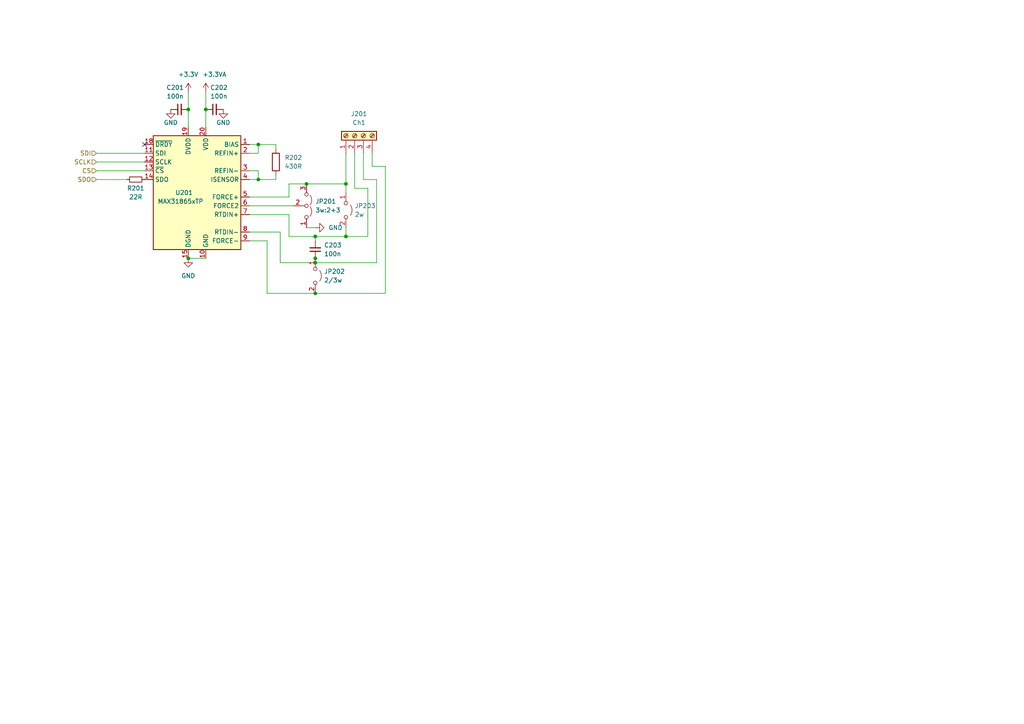
<source format=kicad_sch>
(kicad_sch (version 20230121) (generator eeschema)

  (uuid bf90393a-b609-488b-bc7b-dfc41c41c471)

  (paper "A4")

  (lib_symbols
    (symbol "Connector:Screw_Terminal_01x04" (pin_names (offset 1.016) hide) (in_bom yes) (on_board yes)
      (property "Reference" "J" (at 0 5.08 0)
        (effects (font (size 1.27 1.27)))
      )
      (property "Value" "Screw_Terminal_01x04" (at 0 -7.62 0)
        (effects (font (size 1.27 1.27)))
      )
      (property "Footprint" "" (at 0 0 0)
        (effects (font (size 1.27 1.27)) hide)
      )
      (property "Datasheet" "~" (at 0 0 0)
        (effects (font (size 1.27 1.27)) hide)
      )
      (property "ki_keywords" "screw terminal" (at 0 0 0)
        (effects (font (size 1.27 1.27)) hide)
      )
      (property "ki_description" "Generic screw terminal, single row, 01x04, script generated (kicad-library-utils/schlib/autogen/connector/)" (at 0 0 0)
        (effects (font (size 1.27 1.27)) hide)
      )
      (property "ki_fp_filters" "TerminalBlock*:*" (at 0 0 0)
        (effects (font (size 1.27 1.27)) hide)
      )
      (symbol "Screw_Terminal_01x04_1_1"
        (rectangle (start -1.27 3.81) (end 1.27 -6.35)
          (stroke (width 0.254) (type default))
          (fill (type background))
        )
        (circle (center 0 -5.08) (radius 0.635)
          (stroke (width 0.1524) (type default))
          (fill (type none))
        )
        (circle (center 0 -2.54) (radius 0.635)
          (stroke (width 0.1524) (type default))
          (fill (type none))
        )
        (polyline
          (pts
            (xy -0.5334 -4.7498)
            (xy 0.3302 -5.588)
          )
          (stroke (width 0.1524) (type default))
          (fill (type none))
        )
        (polyline
          (pts
            (xy -0.5334 -2.2098)
            (xy 0.3302 -3.048)
          )
          (stroke (width 0.1524) (type default))
          (fill (type none))
        )
        (polyline
          (pts
            (xy -0.5334 0.3302)
            (xy 0.3302 -0.508)
          )
          (stroke (width 0.1524) (type default))
          (fill (type none))
        )
        (polyline
          (pts
            (xy -0.5334 2.8702)
            (xy 0.3302 2.032)
          )
          (stroke (width 0.1524) (type default))
          (fill (type none))
        )
        (polyline
          (pts
            (xy -0.3556 -4.572)
            (xy 0.508 -5.4102)
          )
          (stroke (width 0.1524) (type default))
          (fill (type none))
        )
        (polyline
          (pts
            (xy -0.3556 -2.032)
            (xy 0.508 -2.8702)
          )
          (stroke (width 0.1524) (type default))
          (fill (type none))
        )
        (polyline
          (pts
            (xy -0.3556 0.508)
            (xy 0.508 -0.3302)
          )
          (stroke (width 0.1524) (type default))
          (fill (type none))
        )
        (polyline
          (pts
            (xy -0.3556 3.048)
            (xy 0.508 2.2098)
          )
          (stroke (width 0.1524) (type default))
          (fill (type none))
        )
        (circle (center 0 0) (radius 0.635)
          (stroke (width 0.1524) (type default))
          (fill (type none))
        )
        (circle (center 0 2.54) (radius 0.635)
          (stroke (width 0.1524) (type default))
          (fill (type none))
        )
        (pin passive line (at -5.08 2.54 0) (length 3.81)
          (name "Pin_1" (effects (font (size 1.27 1.27))))
          (number "1" (effects (font (size 1.27 1.27))))
        )
        (pin passive line (at -5.08 0 0) (length 3.81)
          (name "Pin_2" (effects (font (size 1.27 1.27))))
          (number "2" (effects (font (size 1.27 1.27))))
        )
        (pin passive line (at -5.08 -2.54 0) (length 3.81)
          (name "Pin_3" (effects (font (size 1.27 1.27))))
          (number "3" (effects (font (size 1.27 1.27))))
        )
        (pin passive line (at -5.08 -5.08 0) (length 3.81)
          (name "Pin_4" (effects (font (size 1.27 1.27))))
          (number "4" (effects (font (size 1.27 1.27))))
        )
      )
    )
    (symbol "Device:C_Small" (pin_numbers hide) (pin_names (offset 0.254) hide) (in_bom yes) (on_board yes)
      (property "Reference" "C" (at 0.254 1.778 0)
        (effects (font (size 1.27 1.27)) (justify left))
      )
      (property "Value" "C_Small" (at 0.254 -2.032 0)
        (effects (font (size 1.27 1.27)) (justify left))
      )
      (property "Footprint" "" (at 0 0 0)
        (effects (font (size 1.27 1.27)) hide)
      )
      (property "Datasheet" "~" (at 0 0 0)
        (effects (font (size 1.27 1.27)) hide)
      )
      (property "ki_keywords" "capacitor cap" (at 0 0 0)
        (effects (font (size 1.27 1.27)) hide)
      )
      (property "ki_description" "Unpolarized capacitor, small symbol" (at 0 0 0)
        (effects (font (size 1.27 1.27)) hide)
      )
      (property "ki_fp_filters" "C_*" (at 0 0 0)
        (effects (font (size 1.27 1.27)) hide)
      )
      (symbol "C_Small_0_1"
        (polyline
          (pts
            (xy -1.524 -0.508)
            (xy 1.524 -0.508)
          )
          (stroke (width 0.3302) (type default))
          (fill (type none))
        )
        (polyline
          (pts
            (xy -1.524 0.508)
            (xy 1.524 0.508)
          )
          (stroke (width 0.3048) (type default))
          (fill (type none))
        )
      )
      (symbol "C_Small_1_1"
        (pin passive line (at 0 2.54 270) (length 2.032)
          (name "~" (effects (font (size 1.27 1.27))))
          (number "1" (effects (font (size 1.27 1.27))))
        )
        (pin passive line (at 0 -2.54 90) (length 2.032)
          (name "~" (effects (font (size 1.27 1.27))))
          (number "2" (effects (font (size 1.27 1.27))))
        )
      )
    )
    (symbol "Device:R" (pin_numbers hide) (pin_names (offset 0)) (in_bom yes) (on_board yes)
      (property "Reference" "R" (at 2.032 0 90)
        (effects (font (size 1.27 1.27)))
      )
      (property "Value" "R" (at 0 0 90)
        (effects (font (size 1.27 1.27)))
      )
      (property "Footprint" "" (at -1.778 0 90)
        (effects (font (size 1.27 1.27)) hide)
      )
      (property "Datasheet" "~" (at 0 0 0)
        (effects (font (size 1.27 1.27)) hide)
      )
      (property "ki_keywords" "R res resistor" (at 0 0 0)
        (effects (font (size 1.27 1.27)) hide)
      )
      (property "ki_description" "Resistor" (at 0 0 0)
        (effects (font (size 1.27 1.27)) hide)
      )
      (property "ki_fp_filters" "R_*" (at 0 0 0)
        (effects (font (size 1.27 1.27)) hide)
      )
      (symbol "R_0_1"
        (rectangle (start -1.016 -2.54) (end 1.016 2.54)
          (stroke (width 0.254) (type default))
          (fill (type none))
        )
      )
      (symbol "R_1_1"
        (pin passive line (at 0 3.81 270) (length 1.27)
          (name "~" (effects (font (size 1.27 1.27))))
          (number "1" (effects (font (size 1.27 1.27))))
        )
        (pin passive line (at 0 -3.81 90) (length 1.27)
          (name "~" (effects (font (size 1.27 1.27))))
          (number "2" (effects (font (size 1.27 1.27))))
        )
      )
    )
    (symbol "Device:R_Small" (pin_numbers hide) (pin_names (offset 0.254) hide) (in_bom yes) (on_board yes)
      (property "Reference" "R" (at 0.762 0.508 0)
        (effects (font (size 1.27 1.27)) (justify left))
      )
      (property "Value" "R_Small" (at 0.762 -1.016 0)
        (effects (font (size 1.27 1.27)) (justify left))
      )
      (property "Footprint" "" (at 0 0 0)
        (effects (font (size 1.27 1.27)) hide)
      )
      (property "Datasheet" "~" (at 0 0 0)
        (effects (font (size 1.27 1.27)) hide)
      )
      (property "ki_keywords" "R resistor" (at 0 0 0)
        (effects (font (size 1.27 1.27)) hide)
      )
      (property "ki_description" "Resistor, small symbol" (at 0 0 0)
        (effects (font (size 1.27 1.27)) hide)
      )
      (property "ki_fp_filters" "R_*" (at 0 0 0)
        (effects (font (size 1.27 1.27)) hide)
      )
      (symbol "R_Small_0_1"
        (rectangle (start -0.762 1.778) (end 0.762 -1.778)
          (stroke (width 0.2032) (type default))
          (fill (type none))
        )
      )
      (symbol "R_Small_1_1"
        (pin passive line (at 0 2.54 270) (length 0.762)
          (name "~" (effects (font (size 1.27 1.27))))
          (number "1" (effects (font (size 1.27 1.27))))
        )
        (pin passive line (at 0 -2.54 90) (length 0.762)
          (name "~" (effects (font (size 1.27 1.27))))
          (number "2" (effects (font (size 1.27 1.27))))
        )
      )
    )
    (symbol "Jumper:Jumper_2_Open" (pin_names (offset 0) hide) (in_bom yes) (on_board yes)
      (property "Reference" "JP" (at 0 2.794 0)
        (effects (font (size 1.27 1.27)))
      )
      (property "Value" "Jumper_2_Open" (at 0 -2.286 0)
        (effects (font (size 1.27 1.27)))
      )
      (property "Footprint" "" (at 0 0 0)
        (effects (font (size 1.27 1.27)) hide)
      )
      (property "Datasheet" "~" (at 0 0 0)
        (effects (font (size 1.27 1.27)) hide)
      )
      (property "ki_keywords" "Jumper SPST" (at 0 0 0)
        (effects (font (size 1.27 1.27)) hide)
      )
      (property "ki_description" "Jumper, 2-pole, open" (at 0 0 0)
        (effects (font (size 1.27 1.27)) hide)
      )
      (property "ki_fp_filters" "Jumper* TestPoint*2Pads* TestPoint*Bridge*" (at 0 0 0)
        (effects (font (size 1.27 1.27)) hide)
      )
      (symbol "Jumper_2_Open_0_0"
        (circle (center -2.032 0) (radius 0.508)
          (stroke (width 0) (type default))
          (fill (type none))
        )
        (circle (center 2.032 0) (radius 0.508)
          (stroke (width 0) (type default))
          (fill (type none))
        )
      )
      (symbol "Jumper_2_Open_0_1"
        (arc (start 1.524 1.27) (mid 0 1.778) (end -1.524 1.27)
          (stroke (width 0) (type default))
          (fill (type none))
        )
      )
      (symbol "Jumper_2_Open_1_1"
        (pin passive line (at -5.08 0 0) (length 2.54)
          (name "A" (effects (font (size 1.27 1.27))))
          (number "1" (effects (font (size 1.27 1.27))))
        )
        (pin passive line (at 5.08 0 180) (length 2.54)
          (name "B" (effects (font (size 1.27 1.27))))
          (number "2" (effects (font (size 1.27 1.27))))
        )
      )
    )
    (symbol "Jumper:Jumper_3_Open" (pin_names (offset 0) hide) (in_bom yes) (on_board yes)
      (property "Reference" "JP" (at -2.54 -2.54 0)
        (effects (font (size 1.27 1.27)))
      )
      (property "Value" "Jumper_3_Open" (at 0 2.794 0)
        (effects (font (size 1.27 1.27)))
      )
      (property "Footprint" "" (at 0 0 0)
        (effects (font (size 1.27 1.27)) hide)
      )
      (property "Datasheet" "~" (at 0 0 0)
        (effects (font (size 1.27 1.27)) hide)
      )
      (property "ki_keywords" "Jumper SPDT" (at 0 0 0)
        (effects (font (size 1.27 1.27)) hide)
      )
      (property "ki_description" "Jumper, 3-pole, both open" (at 0 0 0)
        (effects (font (size 1.27 1.27)) hide)
      )
      (property "ki_fp_filters" "Jumper* TestPoint*3Pads* TestPoint*Bridge*" (at 0 0 0)
        (effects (font (size 1.27 1.27)) hide)
      )
      (symbol "Jumper_3_Open_0_0"
        (circle (center -3.302 0) (radius 0.508)
          (stroke (width 0) (type default))
          (fill (type none))
        )
        (circle (center 0 0) (radius 0.508)
          (stroke (width 0) (type default))
          (fill (type none))
        )
        (circle (center 3.302 0) (radius 0.508)
          (stroke (width 0) (type default))
          (fill (type none))
        )
      )
      (symbol "Jumper_3_Open_0_1"
        (arc (start -0.254 1.016) (mid -1.651 1.4992) (end -3.048 1.016)
          (stroke (width 0) (type default))
          (fill (type none))
        )
        (polyline
          (pts
            (xy 0 -0.508)
            (xy 0 -1.27)
          )
          (stroke (width 0) (type default))
          (fill (type none))
        )
        (arc (start 3.048 1.016) (mid 1.651 1.4992) (end 0.254 1.016)
          (stroke (width 0) (type default))
          (fill (type none))
        )
      )
      (symbol "Jumper_3_Open_1_1"
        (pin passive line (at -6.35 0 0) (length 2.54)
          (name "A" (effects (font (size 1.27 1.27))))
          (number "1" (effects (font (size 1.27 1.27))))
        )
        (pin passive line (at 0 -3.81 90) (length 2.54)
          (name "C" (effects (font (size 1.27 1.27))))
          (number "2" (effects (font (size 1.27 1.27))))
        )
        (pin passive line (at 6.35 0 180) (length 2.54)
          (name "B" (effects (font (size 1.27 1.27))))
          (number "3" (effects (font (size 1.27 1.27))))
        )
      )
    )
    (symbol "Sensor_Temperature:MAX31865xTP" (in_bom yes) (on_board yes)
      (property "Reference" "U" (at -11.43 19.05 0)
        (effects (font (size 1.27 1.27)))
      )
      (property "Value" "MAX31865xTP" (at 10.16 19.05 0)
        (effects (font (size 1.27 1.27)))
      )
      (property "Footprint" "Package_DFN_QFN:TQFN-20-1EP_5x5mm_P0.65mm_EP3.25x3.25mm" (at 3.81 -16.51 0)
        (effects (font (size 1.27 1.27)) (justify left) hide)
      )
      (property "Datasheet" "https://datasheets.maximintegrated.com/en/ds/MAX31865.pdf" (at 0 7.62 0)
        (effects (font (size 1.27 1.27)) hide)
      )
      (property "ki_keywords" "RTD SPI Temperature" (at 0 0 0)
        (effects (font (size 1.27 1.27)) hide)
      )
      (property "ki_description" "RTD-to-Digital Converter, TQFN-20" (at 0 0 0)
        (effects (font (size 1.27 1.27)) hide)
      )
      (property "ki_fp_filters" "TQFN*1EP*5x5mm*P0.65mm*" (at 0 0 0)
        (effects (font (size 1.27 1.27)) hide)
      )
      (symbol "MAX31865xTP_0_1"
        (rectangle (start -12.7 17.78) (end 12.7 -15.24)
          (stroke (width 0.254) (type default))
          (fill (type background))
        )
      )
      (symbol "MAX31865xTP_1_1"
        (pin power_out line (at 15.24 15.24 180) (length 2.54)
          (name "BIAS" (effects (font (size 1.27 1.27))))
          (number "1" (effects (font (size 1.27 1.27))))
        )
        (pin power_in line (at 2.54 -17.78 90) (length 2.54)
          (name "GND" (effects (font (size 1.27 1.27))))
          (number "10" (effects (font (size 1.27 1.27))))
        )
        (pin input line (at -15.24 12.7 0) (length 2.54)
          (name "SDI" (effects (font (size 1.27 1.27))))
          (number "11" (effects (font (size 1.27 1.27))))
        )
        (pin input line (at -15.24 10.16 0) (length 2.54)
          (name "SCLK" (effects (font (size 1.27 1.27))))
          (number "12" (effects (font (size 1.27 1.27))))
        )
        (pin input line (at -15.24 7.62 0) (length 2.54)
          (name "~{CS}" (effects (font (size 1.27 1.27))))
          (number "13" (effects (font (size 1.27 1.27))))
        )
        (pin tri_state line (at -15.24 5.08 0) (length 2.54)
          (name "SDO" (effects (font (size 1.27 1.27))))
          (number "14" (effects (font (size 1.27 1.27))))
        )
        (pin power_in line (at -2.54 -17.78 90) (length 2.54)
          (name "DGND" (effects (font (size 1.27 1.27))))
          (number "15" (effects (font (size 1.27 1.27))))
        )
        (pin passive line (at 2.54 -17.78 90) (length 2.54) hide
          (name "GND" (effects (font (size 1.27 1.27))))
          (number "16" (effects (font (size 1.27 1.27))))
        )
        (pin no_connect line (at -12.7 -2.54 0) (length 2.54) hide
          (name "NC" (effects (font (size 1.27 1.27))))
          (number "17" (effects (font (size 1.27 1.27))))
        )
        (pin output line (at -15.24 15.24 0) (length 2.54)
          (name "~{DRDY}" (effects (font (size 1.27 1.27))))
          (number "18" (effects (font (size 1.27 1.27))))
        )
        (pin power_in line (at -2.54 20.32 270) (length 2.54)
          (name "DVDD" (effects (font (size 1.27 1.27))))
          (number "19" (effects (font (size 1.27 1.27))))
        )
        (pin input line (at 15.24 12.7 180) (length 2.54)
          (name "REFIN+" (effects (font (size 1.27 1.27))))
          (number "2" (effects (font (size 1.27 1.27))))
        )
        (pin power_in line (at 2.54 20.32 270) (length 2.54)
          (name "VDD" (effects (font (size 1.27 1.27))))
          (number "20" (effects (font (size 1.27 1.27))))
        )
        (pin passive line (at 2.54 -17.78 90) (length 2.54) hide
          (name "GND" (effects (font (size 1.27 1.27))))
          (number "21" (effects (font (size 1.27 1.27))))
        )
        (pin input line (at 15.24 7.62 180) (length 2.54)
          (name "REFIN-" (effects (font (size 1.27 1.27))))
          (number "3" (effects (font (size 1.27 1.27))))
        )
        (pin passive line (at 15.24 5.08 180) (length 2.54)
          (name "ISENSOR" (effects (font (size 1.27 1.27))))
          (number "4" (effects (font (size 1.27 1.27))))
        )
        (pin passive line (at 15.24 0 180) (length 2.54)
          (name "FORCE+" (effects (font (size 1.27 1.27))))
          (number "5" (effects (font (size 1.27 1.27))))
        )
        (pin input line (at 15.24 -2.54 180) (length 2.54)
          (name "FORCE2" (effects (font (size 1.27 1.27))))
          (number "6" (effects (font (size 1.27 1.27))))
        )
        (pin input line (at 15.24 -5.08 180) (length 2.54)
          (name "RTDIN+" (effects (font (size 1.27 1.27))))
          (number "7" (effects (font (size 1.27 1.27))))
        )
        (pin input line (at 15.24 -10.16 180) (length 2.54)
          (name "RTDIN-" (effects (font (size 1.27 1.27))))
          (number "8" (effects (font (size 1.27 1.27))))
        )
        (pin power_out line (at 15.24 -12.7 180) (length 2.54)
          (name "FORCE-" (effects (font (size 1.27 1.27))))
          (number "9" (effects (font (size 1.27 1.27))))
        )
      )
    )
    (symbol "power:+3.3V" (power) (pin_names (offset 0)) (in_bom yes) (on_board yes)
      (property "Reference" "#PWR" (at 0 -3.81 0)
        (effects (font (size 1.27 1.27)) hide)
      )
      (property "Value" "+3.3V" (at 0 3.556 0)
        (effects (font (size 1.27 1.27)))
      )
      (property "Footprint" "" (at 0 0 0)
        (effects (font (size 1.27 1.27)) hide)
      )
      (property "Datasheet" "" (at 0 0 0)
        (effects (font (size 1.27 1.27)) hide)
      )
      (property "ki_keywords" "global power" (at 0 0 0)
        (effects (font (size 1.27 1.27)) hide)
      )
      (property "ki_description" "Power symbol creates a global label with name \"+3.3V\"" (at 0 0 0)
        (effects (font (size 1.27 1.27)) hide)
      )
      (symbol "+3.3V_0_1"
        (polyline
          (pts
            (xy -0.762 1.27)
            (xy 0 2.54)
          )
          (stroke (width 0) (type default))
          (fill (type none))
        )
        (polyline
          (pts
            (xy 0 0)
            (xy 0 2.54)
          )
          (stroke (width 0) (type default))
          (fill (type none))
        )
        (polyline
          (pts
            (xy 0 2.54)
            (xy 0.762 1.27)
          )
          (stroke (width 0) (type default))
          (fill (type none))
        )
      )
      (symbol "+3.3V_1_1"
        (pin power_in line (at 0 0 90) (length 0) hide
          (name "+3.3V" (effects (font (size 1.27 1.27))))
          (number "1" (effects (font (size 1.27 1.27))))
        )
      )
    )
    (symbol "power:+3.3VA" (power) (pin_names (offset 0)) (in_bom yes) (on_board yes)
      (property "Reference" "#PWR" (at 0 -3.81 0)
        (effects (font (size 1.27 1.27)) hide)
      )
      (property "Value" "+3.3VA" (at 0 3.556 0)
        (effects (font (size 1.27 1.27)))
      )
      (property "Footprint" "" (at 0 0 0)
        (effects (font (size 1.27 1.27)) hide)
      )
      (property "Datasheet" "" (at 0 0 0)
        (effects (font (size 1.27 1.27)) hide)
      )
      (property "ki_keywords" "global power" (at 0 0 0)
        (effects (font (size 1.27 1.27)) hide)
      )
      (property "ki_description" "Power symbol creates a global label with name \"+3.3VA\"" (at 0 0 0)
        (effects (font (size 1.27 1.27)) hide)
      )
      (symbol "+3.3VA_0_1"
        (polyline
          (pts
            (xy -0.762 1.27)
            (xy 0 2.54)
          )
          (stroke (width 0) (type default))
          (fill (type none))
        )
        (polyline
          (pts
            (xy 0 0)
            (xy 0 2.54)
          )
          (stroke (width 0) (type default))
          (fill (type none))
        )
        (polyline
          (pts
            (xy 0 2.54)
            (xy 0.762 1.27)
          )
          (stroke (width 0) (type default))
          (fill (type none))
        )
      )
      (symbol "+3.3VA_1_1"
        (pin power_in line (at 0 0 90) (length 0) hide
          (name "+3.3VA" (effects (font (size 1.27 1.27))))
          (number "1" (effects (font (size 1.27 1.27))))
        )
      )
    )
    (symbol "power:GND" (power) (pin_names (offset 0)) (in_bom yes) (on_board yes)
      (property "Reference" "#PWR" (at 0 -6.35 0)
        (effects (font (size 1.27 1.27)) hide)
      )
      (property "Value" "GND" (at 0 -3.81 0)
        (effects (font (size 1.27 1.27)))
      )
      (property "Footprint" "" (at 0 0 0)
        (effects (font (size 1.27 1.27)) hide)
      )
      (property "Datasheet" "" (at 0 0 0)
        (effects (font (size 1.27 1.27)) hide)
      )
      (property "ki_keywords" "global power" (at 0 0 0)
        (effects (font (size 1.27 1.27)) hide)
      )
      (property "ki_description" "Power symbol creates a global label with name \"GND\" , ground" (at 0 0 0)
        (effects (font (size 1.27 1.27)) hide)
      )
      (symbol "GND_0_1"
        (polyline
          (pts
            (xy 0 0)
            (xy 0 -1.27)
            (xy 1.27 -1.27)
            (xy 0 -2.54)
            (xy -1.27 -1.27)
            (xy 0 -1.27)
          )
          (stroke (width 0) (type default))
          (fill (type none))
        )
      )
      (symbol "GND_1_1"
        (pin power_in line (at 0 0 270) (length 0) hide
          (name "GND" (effects (font (size 1.27 1.27))))
          (number "1" (effects (font (size 1.27 1.27))))
        )
      )
    )
  )

  (junction (at 91.44 76.2) (diameter 0) (color 0 0 0 0)
    (uuid 0a94c809-f81f-4e3a-a4ef-640e3a1bc8d5)
  )
  (junction (at 54.61 74.93) (diameter 0) (color 0 0 0 0)
    (uuid 0f5609e9-a793-479a-90c4-b56fa6eaf48b)
  )
  (junction (at 59.69 31.75) (diameter 0) (color 0 0 0 0)
    (uuid 1736d52b-53e0-4296-9a43-6c1ae7af01b1)
  )
  (junction (at 100.33 68.58) (diameter 0) (color 0 0 0 0)
    (uuid 3c9dc5e9-b9fe-411e-b955-2e348adec4f8)
  )
  (junction (at 88.9 53.34) (diameter 0) (color 0 0 0 0)
    (uuid 44330437-16f9-44b9-8dae-bef1e08bc297)
  )
  (junction (at 91.44 68.58) (diameter 0) (color 0 0 0 0)
    (uuid 6f82912a-1640-435a-b949-d690de07b2bd)
  )
  (junction (at 74.93 41.91) (diameter 0) (color 0 0 0 0)
    (uuid 717147b1-abcb-4a42-bdbf-cf244d720cb6)
  )
  (junction (at 54.61 31.75) (diameter 0) (color 0 0 0 0)
    (uuid 74928482-b4b7-46a0-a319-f7d2a266fcba)
  )
  (junction (at 100.33 53.34) (diameter 0) (color 0 0 0 0)
    (uuid 7a5ff0dc-e0c0-4a85-8299-8104db1d59f8)
  )
  (junction (at 91.44 85.09) (diameter 0) (color 0 0 0 0)
    (uuid 8f0b7471-9c19-4460-a56f-6788a9f1bd6e)
  )
  (junction (at 91.44 74.93) (diameter 0) (color 0 0 0 0)
    (uuid a565a1b7-2c03-4dfa-acb9-11ec8009a121)
  )
  (junction (at 74.93 52.07) (diameter 0) (color 0 0 0 0)
    (uuid ad23efdd-97d3-4b62-a111-26c878996251)
  )

  (no_connect (at 41.91 41.91) (uuid 7dc8e084-2445-48c4-90fc-eb10bf4aacdf))

  (wire (pts (xy 100.33 53.34) (xy 100.33 55.88))
    (stroke (width 0) (type default))
    (uuid 01c7e590-e572-4c58-b3ef-5c9eb553c62f)
  )
  (wire (pts (xy 91.44 76.2) (xy 109.22 76.2))
    (stroke (width 0) (type default))
    (uuid 0216fefb-3919-4c76-b244-579789b7ed99)
  )
  (wire (pts (xy 80.01 52.07) (xy 74.93 52.07))
    (stroke (width 0) (type default))
    (uuid 08b2a568-2618-4cde-9d09-7452b8ffad48)
  )
  (wire (pts (xy 59.69 31.75) (xy 59.69 36.83))
    (stroke (width 0) (type default))
    (uuid 0b0c5191-0c9e-4a03-b7fd-396290f4d93e)
  )
  (wire (pts (xy 54.61 26.67) (xy 54.61 31.75))
    (stroke (width 0) (type default))
    (uuid 12712fc7-87af-4e76-aced-70c8595996b3)
  )
  (wire (pts (xy 27.94 52.07) (xy 36.83 52.07))
    (stroke (width 0) (type default))
    (uuid 23c1735f-66de-4b8c-bb8c-adf0240c843b)
  )
  (wire (pts (xy 27.94 46.99) (xy 41.91 46.99))
    (stroke (width 0) (type default))
    (uuid 26c4a8d5-883e-42dc-94fa-3f9d99289205)
  )
  (wire (pts (xy 91.44 68.58) (xy 100.33 68.58))
    (stroke (width 0) (type default))
    (uuid 28c05577-a0ca-4596-b3d7-1e3e683919d9)
  )
  (wire (pts (xy 111.76 48.26) (xy 107.95 48.26))
    (stroke (width 0) (type default))
    (uuid 2b7eb506-b5ef-4edd-be68-c5958ef5828b)
  )
  (wire (pts (xy 83.82 62.23) (xy 83.82 68.58))
    (stroke (width 0) (type default))
    (uuid 31145804-0fa9-4ad9-b27d-0169bab970be)
  )
  (wire (pts (xy 77.47 85.09) (xy 91.44 85.09))
    (stroke (width 0) (type default))
    (uuid 44bdd448-6c80-486a-aa37-ab48d2cd0fb4)
  )
  (wire (pts (xy 106.68 68.58) (xy 106.68 54.61))
    (stroke (width 0) (type default))
    (uuid 4d2420be-c342-429b-8c2e-aae68ffa64dd)
  )
  (wire (pts (xy 72.39 69.85) (xy 77.47 69.85))
    (stroke (width 0) (type default))
    (uuid 4ef95cb8-2e04-4b4b-bf08-52769b0fc15b)
  )
  (wire (pts (xy 91.44 66.04) (xy 88.9 66.04))
    (stroke (width 0) (type default))
    (uuid 5802ce44-f51e-4394-b7c6-3d9cfebfd722)
  )
  (wire (pts (xy 109.22 76.2) (xy 109.22 52.07))
    (stroke (width 0) (type default))
    (uuid 5a296698-0cce-48f4-9116-cd70919633cd)
  )
  (wire (pts (xy 83.82 68.58) (xy 91.44 68.58))
    (stroke (width 0) (type default))
    (uuid 60ba5ad0-68f2-4b39-9aa0-bf3055601af1)
  )
  (wire (pts (xy 72.39 62.23) (xy 83.82 62.23))
    (stroke (width 0) (type default))
    (uuid 60e67881-c213-438a-b9d5-2ab8227c2e96)
  )
  (wire (pts (xy 81.28 67.31) (xy 81.28 76.2))
    (stroke (width 0) (type default))
    (uuid 64599969-3692-4c2b-9436-6ad413c80570)
  )
  (wire (pts (xy 91.44 69.85) (xy 91.44 68.58))
    (stroke (width 0) (type default))
    (uuid 649cef6a-138c-42b0-bf95-b91939442972)
  )
  (wire (pts (xy 74.93 49.53) (xy 74.93 52.07))
    (stroke (width 0) (type default))
    (uuid 65ab8187-8e7c-46ab-ba44-a57e860e3ac1)
  )
  (wire (pts (xy 88.9 53.34) (xy 100.33 53.34))
    (stroke (width 0) (type default))
    (uuid 65b81aeb-9259-4ad9-93d6-dcc5f8314ba4)
  )
  (wire (pts (xy 100.33 44.45) (xy 100.33 53.34))
    (stroke (width 0) (type default))
    (uuid 6bd80e2c-2c84-4c14-8743-8b7346fa357b)
  )
  (wire (pts (xy 59.69 26.67) (xy 59.69 31.75))
    (stroke (width 0) (type default))
    (uuid 70e404d1-ff03-40c5-8e11-0fbede7e0903)
  )
  (wire (pts (xy 27.94 44.45) (xy 41.91 44.45))
    (stroke (width 0) (type default))
    (uuid 737f926f-7a0f-4078-a2ae-2bbeb6850aa4)
  )
  (wire (pts (xy 72.39 49.53) (xy 74.93 49.53))
    (stroke (width 0) (type default))
    (uuid 79924edb-6ba6-49a7-a3ce-9f30cd88cfb7)
  )
  (wire (pts (xy 80.01 41.91) (xy 80.01 43.18))
    (stroke (width 0) (type default))
    (uuid 7d12aaf8-a225-453a-a3b8-3574ed4014a2)
  )
  (wire (pts (xy 83.82 53.34) (xy 88.9 53.34))
    (stroke (width 0) (type default))
    (uuid 7d3d0bb3-8102-4ec7-b521-8ecb2edc1784)
  )
  (wire (pts (xy 91.44 85.09) (xy 111.76 85.09))
    (stroke (width 0) (type default))
    (uuid 831eef5f-e49c-4456-aece-a9227820df14)
  )
  (wire (pts (xy 106.68 54.61) (xy 102.87 54.61))
    (stroke (width 0) (type default))
    (uuid 83c65a77-dc6b-47ac-96cd-71824ac2c254)
  )
  (wire (pts (xy 72.39 57.15) (xy 83.82 57.15))
    (stroke (width 0) (type default))
    (uuid 83f91bc1-31fd-412d-b6f2-223c49781fc7)
  )
  (wire (pts (xy 74.93 52.07) (xy 72.39 52.07))
    (stroke (width 0) (type default))
    (uuid 9375093d-2ddc-4fc3-88a8-e8a11075f041)
  )
  (wire (pts (xy 105.41 44.45) (xy 105.41 52.07))
    (stroke (width 0) (type default))
    (uuid 9ac7b9c5-266f-448d-b631-7b7b9e4f0fda)
  )
  (wire (pts (xy 27.94 49.53) (xy 41.91 49.53))
    (stroke (width 0) (type default))
    (uuid ad62d957-0f58-4108-bddc-2f2f17a8a129)
  )
  (wire (pts (xy 100.33 68.58) (xy 100.33 66.04))
    (stroke (width 0) (type default))
    (uuid b14303ae-6ec0-4e29-a125-e9943629906d)
  )
  (wire (pts (xy 77.47 69.85) (xy 77.47 85.09))
    (stroke (width 0) (type default))
    (uuid b78c24b6-9faa-413c-8beb-5fcc2d230af4)
  )
  (wire (pts (xy 111.76 85.09) (xy 111.76 48.26))
    (stroke (width 0) (type default))
    (uuid bca2cd41-e869-4635-b4cd-b9ef9bd51b2c)
  )
  (wire (pts (xy 109.22 52.07) (xy 105.41 52.07))
    (stroke (width 0) (type default))
    (uuid bcea13d8-bbaf-4094-99c2-13728a858d7b)
  )
  (wire (pts (xy 74.93 44.45) (xy 74.93 41.91))
    (stroke (width 0) (type default))
    (uuid be87e4f5-118e-4728-b1b2-dbca4df14577)
  )
  (wire (pts (xy 80.01 50.8) (xy 80.01 52.07))
    (stroke (width 0) (type default))
    (uuid c0ec7782-8d9f-425a-b53c-e961fb23533c)
  )
  (wire (pts (xy 54.61 74.93) (xy 59.69 74.93))
    (stroke (width 0) (type default))
    (uuid c2b22416-4f8b-4d38-97fd-452d070c3938)
  )
  (wire (pts (xy 100.33 68.58) (xy 106.68 68.58))
    (stroke (width 0) (type default))
    (uuid c356c8ea-446e-4c5e-ad07-7eb93176c647)
  )
  (wire (pts (xy 74.93 41.91) (xy 80.01 41.91))
    (stroke (width 0) (type default))
    (uuid c8e17905-eb9c-4d03-922a-cb12c852b4cd)
  )
  (wire (pts (xy 72.39 67.31) (xy 81.28 67.31))
    (stroke (width 0) (type default))
    (uuid c8e7c7ee-62cc-43ba-9256-c15b31747691)
  )
  (wire (pts (xy 72.39 59.69) (xy 85.09 59.69))
    (stroke (width 0) (type default))
    (uuid d5151326-494b-426a-a0bf-fa18ac318130)
  )
  (wire (pts (xy 83.82 57.15) (xy 83.82 53.34))
    (stroke (width 0) (type default))
    (uuid d961df42-7791-4555-bbb9-4016d91d6dc0)
  )
  (wire (pts (xy 72.39 44.45) (xy 74.93 44.45))
    (stroke (width 0) (type default))
    (uuid dfe3fe4c-92ce-4ab7-9dcf-d1786ca9b987)
  )
  (wire (pts (xy 91.44 74.93) (xy 91.44 76.2))
    (stroke (width 0) (type default))
    (uuid eaa51c9e-8a9e-408c-bd1f-0a0d9fe975fc)
  )
  (wire (pts (xy 107.95 48.26) (xy 107.95 44.45))
    (stroke (width 0) (type default))
    (uuid ebad3487-6cad-47d2-872a-e9c42f363002)
  )
  (wire (pts (xy 72.39 41.91) (xy 74.93 41.91))
    (stroke (width 0) (type default))
    (uuid fa75b541-36c4-49d8-89de-9967bea5c590)
  )
  (wire (pts (xy 54.61 31.75) (xy 54.61 36.83))
    (stroke (width 0) (type default))
    (uuid fbffa699-fd0e-4a1d-915d-cf15e04566b0)
  )
  (wire (pts (xy 81.28 76.2) (xy 91.44 76.2))
    (stroke (width 0) (type default))
    (uuid fd613af2-cb7e-408c-b196-7a12f0b5e628)
  )
  (wire (pts (xy 102.87 44.45) (xy 102.87 54.61))
    (stroke (width 0) (type default))
    (uuid ffff2273-ba72-4c72-8255-6bb0080a92ca)
  )

  (hierarchical_label "CS" (shape input) (at 27.94 49.53 180) (fields_autoplaced)
    (effects (font (size 1.27 1.27)) (justify right))
    (uuid 16a5bd15-e5d7-46ae-9a37-72b485767e21)
  )
  (hierarchical_label "SDO" (shape input) (at 27.94 52.07 180) (fields_autoplaced)
    (effects (font (size 1.27 1.27)) (justify right))
    (uuid bd9ed788-a21a-4314-9d90-9cb896c5cb34)
  )
  (hierarchical_label "SDI" (shape input) (at 27.94 44.45 180) (fields_autoplaced)
    (effects (font (size 1.27 1.27)) (justify right))
    (uuid c7fcb910-eeea-4cb5-a700-8072fb64af53)
  )
  (hierarchical_label "SCLK" (shape input) (at 27.94 46.99 180) (fields_autoplaced)
    (effects (font (size 1.27 1.27)) (justify right))
    (uuid f3b97db6-7902-466d-b8c2-75fb8a638254)
  )

  (symbol (lib_id "power:+3.3V") (at 54.61 26.67 0) (unit 1)
    (in_bom yes) (on_board yes) (dnp no) (fields_autoplaced)
    (uuid 201bf9a1-f6e2-4cb8-9fa5-cf0a1e24b4bc)
    (property "Reference" "#PWR0202" (at 54.61 30.48 0)
      (effects (font (size 1.27 1.27)) hide)
    )
    (property "Value" "+3.3V" (at 54.61 21.59 0)
      (effects (font (size 1.27 1.27)))
    )
    (property "Footprint" "" (at 54.61 26.67 0)
      (effects (font (size 1.27 1.27)) hide)
    )
    (property "Datasheet" "" (at 54.61 26.67 0)
      (effects (font (size 1.27 1.27)) hide)
    )
    (pin "1" (uuid 3f4868d2-ed15-431e-b382-f3b0f108d14b))
    (instances
      (project "Thermo-RTD-8-v1_5"
        (path "/3251231f-d8ec-4c5a-a68d-d766932de04a/8de8fddb-bc21-4b08-acf6-1db7856c16fa"
          (reference "#PWR0202") (unit 1)
        )
        (path "/3251231f-d8ec-4c5a-a68d-d766932de04a/6ec8db37-0976-4a5c-b420-c2792e35a71c"
          (reference "#PWR0402") (unit 1)
        )
        (path "/3251231f-d8ec-4c5a-a68d-d766932de04a/8cdf74c8-7b55-448d-bdf6-a3b74decd61f"
          (reference "#PWR0302") (unit 1)
        )
        (path "/3251231f-d8ec-4c5a-a68d-d766932de04a/c72899f4-453e-444e-a723-c280e50c8939"
          (reference "#PWR0502") (unit 1)
        )
        (path "/3251231f-d8ec-4c5a-a68d-d766932de04a/cbd4662f-dc35-47c6-acfd-15fca0ab027d"
          (reference "#PWR0602") (unit 1)
        )
        (path "/3251231f-d8ec-4c5a-a68d-d766932de04a/9866e8bb-6ec1-4a4e-8a52-e6030c985fe6"
          (reference "#PWR0702") (unit 1)
        )
        (path "/3251231f-d8ec-4c5a-a68d-d766932de04a/de72b7e1-5251-4e00-ad08-08e3365fb1d9"
          (reference "#PWR0802") (unit 1)
        )
        (path "/3251231f-d8ec-4c5a-a68d-d766932de04a/9242e92f-2e1e-47ad-b6f0-9a162f68f948"
          (reference "#PWR0902") (unit 1)
        )
      )
    )
  )

  (symbol (lib_id "power:GND") (at 54.61 74.93 0) (unit 1)
    (in_bom yes) (on_board yes) (dnp no) (fields_autoplaced)
    (uuid 34eec657-c434-46ab-b746-b146d2518685)
    (property "Reference" "#PWR0203" (at 54.61 81.28 0)
      (effects (font (size 1.27 1.27)) hide)
    )
    (property "Value" "GND" (at 54.61 80.01 0)
      (effects (font (size 1.27 1.27)))
    )
    (property "Footprint" "" (at 54.61 74.93 0)
      (effects (font (size 1.27 1.27)) hide)
    )
    (property "Datasheet" "" (at 54.61 74.93 0)
      (effects (font (size 1.27 1.27)) hide)
    )
    (pin "1" (uuid 2b85f91d-3dc7-4bc7-8cb3-7c659e5c2bcc))
    (instances
      (project "Thermo-RTD-8-v1_5"
        (path "/3251231f-d8ec-4c5a-a68d-d766932de04a/8de8fddb-bc21-4b08-acf6-1db7856c16fa"
          (reference "#PWR0203") (unit 1)
        )
        (path "/3251231f-d8ec-4c5a-a68d-d766932de04a/6ec8db37-0976-4a5c-b420-c2792e35a71c"
          (reference "#PWR0403") (unit 1)
        )
        (path "/3251231f-d8ec-4c5a-a68d-d766932de04a/8cdf74c8-7b55-448d-bdf6-a3b74decd61f"
          (reference "#PWR0303") (unit 1)
        )
        (path "/3251231f-d8ec-4c5a-a68d-d766932de04a/c72899f4-453e-444e-a723-c280e50c8939"
          (reference "#PWR0503") (unit 1)
        )
        (path "/3251231f-d8ec-4c5a-a68d-d766932de04a/cbd4662f-dc35-47c6-acfd-15fca0ab027d"
          (reference "#PWR0603") (unit 1)
        )
        (path "/3251231f-d8ec-4c5a-a68d-d766932de04a/9866e8bb-6ec1-4a4e-8a52-e6030c985fe6"
          (reference "#PWR0703") (unit 1)
        )
        (path "/3251231f-d8ec-4c5a-a68d-d766932de04a/de72b7e1-5251-4e00-ad08-08e3365fb1d9"
          (reference "#PWR0803") (unit 1)
        )
        (path "/3251231f-d8ec-4c5a-a68d-d766932de04a/9242e92f-2e1e-47ad-b6f0-9a162f68f948"
          (reference "#PWR0903") (unit 1)
        )
      )
    )
  )

  (symbol (lib_id "Device:R") (at 80.01 46.99 0) (unit 1)
    (in_bom yes) (on_board yes) (dnp no) (fields_autoplaced)
    (uuid 3a1f23f5-2658-4784-9e80-e6fd210fde5d)
    (property "Reference" "R202" (at 82.55 45.7199 0)
      (effects (font (size 1.27 1.27)) (justify left))
    )
    (property "Value" "430R" (at 82.55 48.2599 0)
      (effects (font (size 1.27 1.27)) (justify left))
    )
    (property "Footprint" "Resistor_SMD:R_0805_2012Metric_Pad1.20x1.40mm_HandSolder" (at 78.232 46.99 90)
      (effects (font (size 1.27 1.27)) hide)
    )
    (property "Datasheet" "~" (at 80.01 46.99 0)
      (effects (font (size 1.27 1.27)) hide)
    )
    (property "Source URL" "https://www.mouser.com/ProductDetail/Panasonic/ERJ-PB6B4300V?qs=sGAEpiMZZMvdGkrng054t7cDzLmcuirt6i54bRlUQtjqD4mYBlURqw%3D%3D" (at 80.01 46.99 0)
      (effects (font (size 1.27 1.27)) hide)
    )
    (pin "1" (uuid 211382f4-ad7c-4769-a5af-925b9e658df1))
    (pin "2" (uuid 21c2e4b6-55d8-425d-8aa3-656bd20eff19))
    (instances
      (project "Thermo-RTD-8-v1_5"
        (path "/3251231f-d8ec-4c5a-a68d-d766932de04a/8de8fddb-bc21-4b08-acf6-1db7856c16fa"
          (reference "R202") (unit 1)
        )
        (path "/3251231f-d8ec-4c5a-a68d-d766932de04a/6ec8db37-0976-4a5c-b420-c2792e35a71c"
          (reference "R402") (unit 1)
        )
        (path "/3251231f-d8ec-4c5a-a68d-d766932de04a/8cdf74c8-7b55-448d-bdf6-a3b74decd61f"
          (reference "R302") (unit 1)
        )
        (path "/3251231f-d8ec-4c5a-a68d-d766932de04a/c72899f4-453e-444e-a723-c280e50c8939"
          (reference "R502") (unit 1)
        )
        (path "/3251231f-d8ec-4c5a-a68d-d766932de04a/cbd4662f-dc35-47c6-acfd-15fca0ab027d"
          (reference "R602") (unit 1)
        )
        (path "/3251231f-d8ec-4c5a-a68d-d766932de04a/9866e8bb-6ec1-4a4e-8a52-e6030c985fe6"
          (reference "R702") (unit 1)
        )
        (path "/3251231f-d8ec-4c5a-a68d-d766932de04a/de72b7e1-5251-4e00-ad08-08e3365fb1d9"
          (reference "R802") (unit 1)
        )
        (path "/3251231f-d8ec-4c5a-a68d-d766932de04a/9242e92f-2e1e-47ad-b6f0-9a162f68f948"
          (reference "R902") (unit 1)
        )
      )
    )
  )

  (symbol (lib_id "power:GND") (at 64.77 31.75 0) (unit 1)
    (in_bom yes) (on_board yes) (dnp no)
    (uuid 43bf43fb-5b45-4e80-a6ac-6bd534093516)
    (property "Reference" "#PWR0205" (at 64.77 38.1 0)
      (effects (font (size 1.27 1.27)) hide)
    )
    (property "Value" "GND" (at 64.77 35.56 0)
      (effects (font (size 1.27 1.27)))
    )
    (property "Footprint" "" (at 64.77 31.75 0)
      (effects (font (size 1.27 1.27)) hide)
    )
    (property "Datasheet" "" (at 64.77 31.75 0)
      (effects (font (size 1.27 1.27)) hide)
    )
    (pin "1" (uuid cf2e21e3-6aed-4fa4-a75f-126968313e93))
    (instances
      (project "Thermo-RTD-8-v1_5"
        (path "/3251231f-d8ec-4c5a-a68d-d766932de04a/8de8fddb-bc21-4b08-acf6-1db7856c16fa"
          (reference "#PWR0205") (unit 1)
        )
        (path "/3251231f-d8ec-4c5a-a68d-d766932de04a/6ec8db37-0976-4a5c-b420-c2792e35a71c"
          (reference "#PWR0405") (unit 1)
        )
        (path "/3251231f-d8ec-4c5a-a68d-d766932de04a/8cdf74c8-7b55-448d-bdf6-a3b74decd61f"
          (reference "#PWR0305") (unit 1)
        )
        (path "/3251231f-d8ec-4c5a-a68d-d766932de04a/c72899f4-453e-444e-a723-c280e50c8939"
          (reference "#PWR0505") (unit 1)
        )
        (path "/3251231f-d8ec-4c5a-a68d-d766932de04a/cbd4662f-dc35-47c6-acfd-15fca0ab027d"
          (reference "#PWR0605") (unit 1)
        )
        (path "/3251231f-d8ec-4c5a-a68d-d766932de04a/9866e8bb-6ec1-4a4e-8a52-e6030c985fe6"
          (reference "#PWR0705") (unit 1)
        )
        (path "/3251231f-d8ec-4c5a-a68d-d766932de04a/de72b7e1-5251-4e00-ad08-08e3365fb1d9"
          (reference "#PWR0805") (unit 1)
        )
        (path "/3251231f-d8ec-4c5a-a68d-d766932de04a/9242e92f-2e1e-47ad-b6f0-9a162f68f948"
          (reference "#PWR0905") (unit 1)
        )
      )
    )
  )

  (symbol (lib_id "power:+3.3VA") (at 59.69 26.67 0) (unit 1)
    (in_bom yes) (on_board yes) (dnp no)
    (uuid 4642103b-6e87-4db8-bb88-d5b34339eb4d)
    (property "Reference" "#PWR0204" (at 59.69 30.48 0)
      (effects (font (size 1.27 1.27)) hide)
    )
    (property "Value" "+3.3VA" (at 62.23 21.59 0)
      (effects (font (size 1.27 1.27)))
    )
    (property "Footprint" "" (at 59.69 26.67 0)
      (effects (font (size 1.27 1.27)) hide)
    )
    (property "Datasheet" "" (at 59.69 26.67 0)
      (effects (font (size 1.27 1.27)) hide)
    )
    (pin "1" (uuid 86909c75-163f-4373-a746-baa252c1ba2d))
    (instances
      (project "Thermo-RTD-8-v1_5"
        (path "/3251231f-d8ec-4c5a-a68d-d766932de04a/8de8fddb-bc21-4b08-acf6-1db7856c16fa"
          (reference "#PWR0204") (unit 1)
        )
        (path "/3251231f-d8ec-4c5a-a68d-d766932de04a/6ec8db37-0976-4a5c-b420-c2792e35a71c"
          (reference "#PWR0404") (unit 1)
        )
        (path "/3251231f-d8ec-4c5a-a68d-d766932de04a/8cdf74c8-7b55-448d-bdf6-a3b74decd61f"
          (reference "#PWR0304") (unit 1)
        )
        (path "/3251231f-d8ec-4c5a-a68d-d766932de04a/c72899f4-453e-444e-a723-c280e50c8939"
          (reference "#PWR0504") (unit 1)
        )
        (path "/3251231f-d8ec-4c5a-a68d-d766932de04a/cbd4662f-dc35-47c6-acfd-15fca0ab027d"
          (reference "#PWR0604") (unit 1)
        )
        (path "/3251231f-d8ec-4c5a-a68d-d766932de04a/9866e8bb-6ec1-4a4e-8a52-e6030c985fe6"
          (reference "#PWR0704") (unit 1)
        )
        (path "/3251231f-d8ec-4c5a-a68d-d766932de04a/de72b7e1-5251-4e00-ad08-08e3365fb1d9"
          (reference "#PWR0804") (unit 1)
        )
        (path "/3251231f-d8ec-4c5a-a68d-d766932de04a/9242e92f-2e1e-47ad-b6f0-9a162f68f948"
          (reference "#PWR0904") (unit 1)
        )
      )
    )
  )

  (symbol (lib_id "Jumper:Jumper_3_Open") (at 88.9 59.69 270) (mirror x) (unit 1)
    (in_bom yes) (on_board yes) (dnp no) (fields_autoplaced)
    (uuid 511e704b-947d-480f-8ebb-9d2f8fd329fc)
    (property "Reference" "JP201" (at 91.44 58.4199 90)
      (effects (font (size 1.27 1.27)) (justify left))
    )
    (property "Value" "3w:2+3" (at 91.44 60.9599 90)
      (effects (font (size 1.27 1.27)) (justify left))
    )
    (property "Footprint" "Connector_PinHeader_2.00mm:PinHeader_1x03_P2.00mm_Vertical" (at 88.9 59.69 0)
      (effects (font (size 1.27 1.27)) hide)
    )
    (property "Datasheet" "~" (at 88.9 59.69 0)
      (effects (font (size 1.27 1.27)) hide)
    )
    (property "Source URL" "use breakaway headers" (at 88.9 59.69 0)
      (effects (font (size 1.27 1.27)) hide)
    )
    (pin "1" (uuid c541be59-5c82-4780-b15d-9e0fe132a857))
    (pin "2" (uuid 75442c4e-e66c-4b95-baf3-0001f3369f71))
    (pin "3" (uuid 10cb50c5-d294-49d6-927f-6d023f7ceb62))
    (instances
      (project "Thermo-RTD-8-v1_5"
        (path "/3251231f-d8ec-4c5a-a68d-d766932de04a/8de8fddb-bc21-4b08-acf6-1db7856c16fa"
          (reference "JP201") (unit 1)
        )
        (path "/3251231f-d8ec-4c5a-a68d-d766932de04a/6ec8db37-0976-4a5c-b420-c2792e35a71c"
          (reference "JP401") (unit 1)
        )
        (path "/3251231f-d8ec-4c5a-a68d-d766932de04a/8cdf74c8-7b55-448d-bdf6-a3b74decd61f"
          (reference "JP301") (unit 1)
        )
        (path "/3251231f-d8ec-4c5a-a68d-d766932de04a/c72899f4-453e-444e-a723-c280e50c8939"
          (reference "JP501") (unit 1)
        )
        (path "/3251231f-d8ec-4c5a-a68d-d766932de04a/cbd4662f-dc35-47c6-acfd-15fca0ab027d"
          (reference "JP601") (unit 1)
        )
        (path "/3251231f-d8ec-4c5a-a68d-d766932de04a/9866e8bb-6ec1-4a4e-8a52-e6030c985fe6"
          (reference "JP701") (unit 1)
        )
        (path "/3251231f-d8ec-4c5a-a68d-d766932de04a/de72b7e1-5251-4e00-ad08-08e3365fb1d9"
          (reference "JP801") (unit 1)
        )
        (path "/3251231f-d8ec-4c5a-a68d-d766932de04a/9242e92f-2e1e-47ad-b6f0-9a162f68f948"
          (reference "JP901") (unit 1)
        )
      )
    )
  )

  (symbol (lib_id "Device:C_Small") (at 52.07 31.75 90) (unit 1)
    (in_bom yes) (on_board yes) (dnp no)
    (uuid 52e8122a-c444-4ea1-a112-828f8009258d)
    (property "Reference" "C201" (at 50.8 25.4 90)
      (effects (font (size 1.27 1.27)))
    )
    (property "Value" "100n" (at 50.8 27.94 90)
      (effects (font (size 1.27 1.27)))
    )
    (property "Footprint" "Capacitor_SMD:C_0805_2012Metric_Pad1.18x1.45mm_HandSolder" (at 52.07 31.75 0)
      (effects (font (size 1.27 1.27)) hide)
    )
    (property "Datasheet" "~" (at 52.07 31.75 0)
      (effects (font (size 1.27 1.27)) hide)
    )
    (property "Source URL" "https://www.mouser.com/ProductDetail/KYOCERA-AVX/0805DD104KAT2A?qs=qVfB0%2FDaMDa6X8LeFyoDIw%3D%3D" (at 52.07 31.75 0)
      (effects (font (size 1.27 1.27)) hide)
    )
    (pin "1" (uuid a8e048ae-cea0-4b59-9f13-634a588ddc3f))
    (pin "2" (uuid a3430a11-79c3-42f5-b65d-557e4f2e3cd2))
    (instances
      (project "Thermo-RTD-8-v1_5"
        (path "/3251231f-d8ec-4c5a-a68d-d766932de04a/8de8fddb-bc21-4b08-acf6-1db7856c16fa"
          (reference "C201") (unit 1)
        )
        (path "/3251231f-d8ec-4c5a-a68d-d766932de04a/6ec8db37-0976-4a5c-b420-c2792e35a71c"
          (reference "C401") (unit 1)
        )
        (path "/3251231f-d8ec-4c5a-a68d-d766932de04a/8cdf74c8-7b55-448d-bdf6-a3b74decd61f"
          (reference "C301") (unit 1)
        )
        (path "/3251231f-d8ec-4c5a-a68d-d766932de04a/c72899f4-453e-444e-a723-c280e50c8939"
          (reference "C501") (unit 1)
        )
        (path "/3251231f-d8ec-4c5a-a68d-d766932de04a/cbd4662f-dc35-47c6-acfd-15fca0ab027d"
          (reference "C601") (unit 1)
        )
        (path "/3251231f-d8ec-4c5a-a68d-d766932de04a/9866e8bb-6ec1-4a4e-8a52-e6030c985fe6"
          (reference "C701") (unit 1)
        )
        (path "/3251231f-d8ec-4c5a-a68d-d766932de04a/de72b7e1-5251-4e00-ad08-08e3365fb1d9"
          (reference "C801") (unit 1)
        )
        (path "/3251231f-d8ec-4c5a-a68d-d766932de04a/9242e92f-2e1e-47ad-b6f0-9a162f68f948"
          (reference "C901") (unit 1)
        )
      )
    )
  )

  (symbol (lib_id "power:GND") (at 49.53 31.75 0) (unit 1)
    (in_bom yes) (on_board yes) (dnp no)
    (uuid 5f424efe-2d27-4932-b6c8-5fb66db62bb7)
    (property "Reference" "#PWR0201" (at 49.53 38.1 0)
      (effects (font (size 1.27 1.27)) hide)
    )
    (property "Value" "GND" (at 49.53 35.56 0)
      (effects (font (size 1.27 1.27)))
    )
    (property "Footprint" "" (at 49.53 31.75 0)
      (effects (font (size 1.27 1.27)) hide)
    )
    (property "Datasheet" "" (at 49.53 31.75 0)
      (effects (font (size 1.27 1.27)) hide)
    )
    (pin "1" (uuid 7cb6924e-9839-448c-abeb-e2e5b94b424c))
    (instances
      (project "Thermo-RTD-8-v1_5"
        (path "/3251231f-d8ec-4c5a-a68d-d766932de04a/8de8fddb-bc21-4b08-acf6-1db7856c16fa"
          (reference "#PWR0201") (unit 1)
        )
        (path "/3251231f-d8ec-4c5a-a68d-d766932de04a/6ec8db37-0976-4a5c-b420-c2792e35a71c"
          (reference "#PWR0401") (unit 1)
        )
        (path "/3251231f-d8ec-4c5a-a68d-d766932de04a/8cdf74c8-7b55-448d-bdf6-a3b74decd61f"
          (reference "#PWR0301") (unit 1)
        )
        (path "/3251231f-d8ec-4c5a-a68d-d766932de04a/c72899f4-453e-444e-a723-c280e50c8939"
          (reference "#PWR0501") (unit 1)
        )
        (path "/3251231f-d8ec-4c5a-a68d-d766932de04a/cbd4662f-dc35-47c6-acfd-15fca0ab027d"
          (reference "#PWR0601") (unit 1)
        )
        (path "/3251231f-d8ec-4c5a-a68d-d766932de04a/9866e8bb-6ec1-4a4e-8a52-e6030c985fe6"
          (reference "#PWR0701") (unit 1)
        )
        (path "/3251231f-d8ec-4c5a-a68d-d766932de04a/de72b7e1-5251-4e00-ad08-08e3365fb1d9"
          (reference "#PWR0801") (unit 1)
        )
        (path "/3251231f-d8ec-4c5a-a68d-d766932de04a/9242e92f-2e1e-47ad-b6f0-9a162f68f948"
          (reference "#PWR0901") (unit 1)
        )
      )
    )
  )

  (symbol (lib_id "power:GND") (at 91.44 66.04 90) (unit 1)
    (in_bom yes) (on_board yes) (dnp no) (fields_autoplaced)
    (uuid 67f2c317-3cb0-40ef-b55b-56d3f569962e)
    (property "Reference" "#PWR0206" (at 97.79 66.04 0)
      (effects (font (size 1.27 1.27)) hide)
    )
    (property "Value" "GND" (at 95.25 66.0399 90)
      (effects (font (size 1.27 1.27)) (justify right))
    )
    (property "Footprint" "" (at 91.44 66.04 0)
      (effects (font (size 1.27 1.27)) hide)
    )
    (property "Datasheet" "" (at 91.44 66.04 0)
      (effects (font (size 1.27 1.27)) hide)
    )
    (pin "1" (uuid 7864a139-a027-40e7-94a5-2e5a6207564d))
    (instances
      (project "Thermo-RTD-8-v1_5"
        (path "/3251231f-d8ec-4c5a-a68d-d766932de04a/8de8fddb-bc21-4b08-acf6-1db7856c16fa"
          (reference "#PWR0206") (unit 1)
        )
        (path "/3251231f-d8ec-4c5a-a68d-d766932de04a/6ec8db37-0976-4a5c-b420-c2792e35a71c"
          (reference "#PWR0406") (unit 1)
        )
        (path "/3251231f-d8ec-4c5a-a68d-d766932de04a/8cdf74c8-7b55-448d-bdf6-a3b74decd61f"
          (reference "#PWR0306") (unit 1)
        )
        (path "/3251231f-d8ec-4c5a-a68d-d766932de04a/c72899f4-453e-444e-a723-c280e50c8939"
          (reference "#PWR0506") (unit 1)
        )
        (path "/3251231f-d8ec-4c5a-a68d-d766932de04a/cbd4662f-dc35-47c6-acfd-15fca0ab027d"
          (reference "#PWR0606") (unit 1)
        )
        (path "/3251231f-d8ec-4c5a-a68d-d766932de04a/9866e8bb-6ec1-4a4e-8a52-e6030c985fe6"
          (reference "#PWR0706") (unit 1)
        )
        (path "/3251231f-d8ec-4c5a-a68d-d766932de04a/de72b7e1-5251-4e00-ad08-08e3365fb1d9"
          (reference "#PWR0806") (unit 1)
        )
        (path "/3251231f-d8ec-4c5a-a68d-d766932de04a/9242e92f-2e1e-47ad-b6f0-9a162f68f948"
          (reference "#PWR0906") (unit 1)
        )
      )
    )
  )

  (symbol (lib_id "Jumper:Jumper_2_Open") (at 100.33 60.96 270) (unit 1)
    (in_bom yes) (on_board yes) (dnp no) (fields_autoplaced)
    (uuid b7cc246e-921b-48d3-813e-8611bdde805d)
    (property "Reference" "JP203" (at 102.87 59.6899 90)
      (effects (font (size 1.27 1.27)) (justify left))
    )
    (property "Value" "2w" (at 102.87 62.2299 90)
      (effects (font (size 1.27 1.27)) (justify left))
    )
    (property "Footprint" "Connector_PinHeader_2.00mm:PinHeader_1x02_P2.00mm_Vertical" (at 100.33 60.96 0)
      (effects (font (size 1.27 1.27)) hide)
    )
    (property "Datasheet" "~" (at 100.33 60.96 0)
      (effects (font (size 1.27 1.27)) hide)
    )
    (property "Source URL" "use breakaway headers" (at 100.33 60.96 0)
      (effects (font (size 1.27 1.27)) hide)
    )
    (pin "1" (uuid 5afb830c-625e-4ceb-aba5-28530e2afa80))
    (pin "2" (uuid 0eac613e-f38b-4423-af24-46150034908d))
    (instances
      (project "Thermo-RTD-8-v1_5"
        (path "/3251231f-d8ec-4c5a-a68d-d766932de04a/8de8fddb-bc21-4b08-acf6-1db7856c16fa"
          (reference "JP203") (unit 1)
        )
        (path "/3251231f-d8ec-4c5a-a68d-d766932de04a/6ec8db37-0976-4a5c-b420-c2792e35a71c"
          (reference "JP403") (unit 1)
        )
        (path "/3251231f-d8ec-4c5a-a68d-d766932de04a/8cdf74c8-7b55-448d-bdf6-a3b74decd61f"
          (reference "JP303") (unit 1)
        )
        (path "/3251231f-d8ec-4c5a-a68d-d766932de04a/c72899f4-453e-444e-a723-c280e50c8939"
          (reference "JP503") (unit 1)
        )
        (path "/3251231f-d8ec-4c5a-a68d-d766932de04a/cbd4662f-dc35-47c6-acfd-15fca0ab027d"
          (reference "JP603") (unit 1)
        )
        (path "/3251231f-d8ec-4c5a-a68d-d766932de04a/9866e8bb-6ec1-4a4e-8a52-e6030c985fe6"
          (reference "JP703") (unit 1)
        )
        (path "/3251231f-d8ec-4c5a-a68d-d766932de04a/de72b7e1-5251-4e00-ad08-08e3365fb1d9"
          (reference "JP803") (unit 1)
        )
        (path "/3251231f-d8ec-4c5a-a68d-d766932de04a/9242e92f-2e1e-47ad-b6f0-9a162f68f948"
          (reference "JP903") (unit 1)
        )
      )
    )
  )

  (symbol (lib_id "Device:C_Small") (at 62.23 31.75 90) (unit 1)
    (in_bom yes) (on_board yes) (dnp no)
    (uuid b8c7c9ea-3743-4cb4-a7a0-a5dbdf6ff448)
    (property "Reference" "C202" (at 63.5 25.4 90)
      (effects (font (size 1.27 1.27)))
    )
    (property "Value" "100n" (at 63.5 27.94 90)
      (effects (font (size 1.27 1.27)))
    )
    (property "Footprint" "Capacitor_SMD:C_0805_2012Metric_Pad1.18x1.45mm_HandSolder" (at 62.23 31.75 0)
      (effects (font (size 1.27 1.27)) hide)
    )
    (property "Datasheet" "~" (at 62.23 31.75 0)
      (effects (font (size 1.27 1.27)) hide)
    )
    (property "Source URL" "https://www.mouser.com/ProductDetail/KYOCERA-AVX/0805DD104KAT2A?qs=qVfB0%2FDaMDa6X8LeFyoDIw%3D%3D" (at 62.23 31.75 0)
      (effects (font (size 1.27 1.27)) hide)
    )
    (pin "1" (uuid 4fa7d387-b981-4abc-b154-78fb884fdb3c))
    (pin "2" (uuid 71f50c89-12d3-401b-b8ec-0cb6ad6093d5))
    (instances
      (project "Thermo-RTD-8-v1_5"
        (path "/3251231f-d8ec-4c5a-a68d-d766932de04a/8de8fddb-bc21-4b08-acf6-1db7856c16fa"
          (reference "C202") (unit 1)
        )
        (path "/3251231f-d8ec-4c5a-a68d-d766932de04a/6ec8db37-0976-4a5c-b420-c2792e35a71c"
          (reference "C402") (unit 1)
        )
        (path "/3251231f-d8ec-4c5a-a68d-d766932de04a/8cdf74c8-7b55-448d-bdf6-a3b74decd61f"
          (reference "C302") (unit 1)
        )
        (path "/3251231f-d8ec-4c5a-a68d-d766932de04a/c72899f4-453e-444e-a723-c280e50c8939"
          (reference "C502") (unit 1)
        )
        (path "/3251231f-d8ec-4c5a-a68d-d766932de04a/cbd4662f-dc35-47c6-acfd-15fca0ab027d"
          (reference "C602") (unit 1)
        )
        (path "/3251231f-d8ec-4c5a-a68d-d766932de04a/9866e8bb-6ec1-4a4e-8a52-e6030c985fe6"
          (reference "C702") (unit 1)
        )
        (path "/3251231f-d8ec-4c5a-a68d-d766932de04a/de72b7e1-5251-4e00-ad08-08e3365fb1d9"
          (reference "C802") (unit 1)
        )
        (path "/3251231f-d8ec-4c5a-a68d-d766932de04a/9242e92f-2e1e-47ad-b6f0-9a162f68f948"
          (reference "C902") (unit 1)
        )
      )
    )
  )

  (symbol (lib_id "Device:R_Small") (at 39.37 52.07 90) (unit 1)
    (in_bom yes) (on_board yes) (dnp no)
    (uuid c3a362f4-b5f0-433e-9816-19aea802fe21)
    (property "Reference" "R201" (at 39.37 54.61 90)
      (effects (font (size 1.27 1.27)))
    )
    (property "Value" "22R" (at 39.37 57.15 90)
      (effects (font (size 1.27 1.27)))
    )
    (property "Footprint" "Resistor_SMD:R_0805_2012Metric_Pad1.20x1.40mm_HandSolder" (at 39.37 52.07 0)
      (effects (font (size 1.27 1.27)) hide)
    )
    (property "Datasheet" "~" (at 39.37 52.07 0)
      (effects (font (size 1.27 1.27)) hide)
    )
    (property "Source URL" "https://www.mouser.com/ProductDetail/ROHM-Semiconductor/SDR10EZPJ220?qs=sGAEpiMZZMvdGkrng054t2cqbZCzJY7NDw0Xs38rGaFeqcyL79Zqrg%3D%3D" (at 39.37 52.07 0)
      (effects (font (size 1.27 1.27)) hide)
    )
    (pin "1" (uuid 41924ad0-f840-43ed-b7ea-c2b00d71b437))
    (pin "2" (uuid 38438171-59f9-43b9-a5a5-525303f53cba))
    (instances
      (project "Thermo-RTD-8-v1_5"
        (path "/3251231f-d8ec-4c5a-a68d-d766932de04a/8de8fddb-bc21-4b08-acf6-1db7856c16fa"
          (reference "R201") (unit 1)
        )
        (path "/3251231f-d8ec-4c5a-a68d-d766932de04a/6ec8db37-0976-4a5c-b420-c2792e35a71c"
          (reference "R401") (unit 1)
        )
        (path "/3251231f-d8ec-4c5a-a68d-d766932de04a/8cdf74c8-7b55-448d-bdf6-a3b74decd61f"
          (reference "R301") (unit 1)
        )
        (path "/3251231f-d8ec-4c5a-a68d-d766932de04a/c72899f4-453e-444e-a723-c280e50c8939"
          (reference "R501") (unit 1)
        )
        (path "/3251231f-d8ec-4c5a-a68d-d766932de04a/cbd4662f-dc35-47c6-acfd-15fca0ab027d"
          (reference "R601") (unit 1)
        )
        (path "/3251231f-d8ec-4c5a-a68d-d766932de04a/9866e8bb-6ec1-4a4e-8a52-e6030c985fe6"
          (reference "R701") (unit 1)
        )
        (path "/3251231f-d8ec-4c5a-a68d-d766932de04a/de72b7e1-5251-4e00-ad08-08e3365fb1d9"
          (reference "R801") (unit 1)
        )
        (path "/3251231f-d8ec-4c5a-a68d-d766932de04a/9242e92f-2e1e-47ad-b6f0-9a162f68f948"
          (reference "R901") (unit 1)
        )
      )
    )
  )

  (symbol (lib_id "Connector:Screw_Terminal_01x04") (at 102.87 39.37 90) (unit 1)
    (in_bom yes) (on_board yes) (dnp no)
    (uuid c6d5becb-2d16-4665-a334-3ed14f835150)
    (property "Reference" "J201" (at 104.14 33.02 90)
      (effects (font (size 1.27 1.27)))
    )
    (property "Value" "Ch1" (at 104.14 35.56 90)
      (effects (font (size 1.27 1.27)))
    )
    (property "Footprint" "TerminalBlock_Phoenix:TerminalBlock_Phoenix_PT-1,5-4-3.5-H_1x04_P3.50mm_Horizontal" (at 102.87 39.37 0)
      (effects (font (size 1.27 1.27)) hide)
    )
    (property "Datasheet" "~" (at 102.87 39.37 0)
      (effects (font (size 1.27 1.27)) hide)
    )
    (property "Source URL" "https://www.mouser.com/ProductDetail/Phoenix-Contact/1988972?qs=gjk32EaArKJaTVJKyDa9CA%3D%3D" (at 102.87 39.37 0)
      (effects (font (size 1.27 1.27)) hide)
    )
    (pin "1" (uuid 969dd8ed-1b59-4bb7-925a-a2b2f6fdfb04))
    (pin "2" (uuid 2d506fc8-d01d-47dc-ad3b-d6eee5e84be4))
    (pin "3" (uuid 03c6a4ba-ce04-4b94-bb55-92ec81b6f983))
    (pin "4" (uuid d8c7b3a8-503b-4258-8be3-5f3e1cd2aea8))
    (instances
      (project "Thermo-RTD-8-v1_5"
        (path "/3251231f-d8ec-4c5a-a68d-d766932de04a/8de8fddb-bc21-4b08-acf6-1db7856c16fa"
          (reference "J201") (unit 1)
        )
        (path "/3251231f-d8ec-4c5a-a68d-d766932de04a/6ec8db37-0976-4a5c-b420-c2792e35a71c"
          (reference "J401") (unit 1)
        )
        (path "/3251231f-d8ec-4c5a-a68d-d766932de04a/8cdf74c8-7b55-448d-bdf6-a3b74decd61f"
          (reference "J301") (unit 1)
        )
        (path "/3251231f-d8ec-4c5a-a68d-d766932de04a/c72899f4-453e-444e-a723-c280e50c8939"
          (reference "J501") (unit 1)
        )
        (path "/3251231f-d8ec-4c5a-a68d-d766932de04a/cbd4662f-dc35-47c6-acfd-15fca0ab027d"
          (reference "J601") (unit 1)
        )
        (path "/3251231f-d8ec-4c5a-a68d-d766932de04a/9866e8bb-6ec1-4a4e-8a52-e6030c985fe6"
          (reference "J701") (unit 1)
        )
        (path "/3251231f-d8ec-4c5a-a68d-d766932de04a/de72b7e1-5251-4e00-ad08-08e3365fb1d9"
          (reference "J801") (unit 1)
        )
        (path "/3251231f-d8ec-4c5a-a68d-d766932de04a/9242e92f-2e1e-47ad-b6f0-9a162f68f948"
          (reference "J901") (unit 1)
        )
      )
    )
  )

  (symbol (lib_id "Jumper:Jumper_2_Open") (at 91.44 80.01 270) (unit 1)
    (in_bom yes) (on_board yes) (dnp no) (fields_autoplaced)
    (uuid cc390e27-18e0-4ca1-80c2-0a84b3f1adef)
    (property "Reference" "JP202" (at 93.98 78.7399 90)
      (effects (font (size 1.27 1.27)) (justify left))
    )
    (property "Value" "2/3w" (at 93.98 81.2799 90)
      (effects (font (size 1.27 1.27)) (justify left))
    )
    (property "Footprint" "Connector_PinHeader_2.00mm:PinHeader_1x02_P2.00mm_Vertical" (at 91.44 80.01 0)
      (effects (font (size 1.27 1.27)) hide)
    )
    (property "Datasheet" "~" (at 91.44 80.01 0)
      (effects (font (size 1.27 1.27)) hide)
    )
    (property "Source URL" "use breakaway headers" (at 91.44 80.01 0)
      (effects (font (size 1.27 1.27)) hide)
    )
    (pin "1" (uuid b0c634b8-5181-4b87-bfa7-4e0f61980172))
    (pin "2" (uuid 29a91878-f67c-4ea3-bfa1-f55daf807c5f))
    (instances
      (project "Thermo-RTD-8-v1_5"
        (path "/3251231f-d8ec-4c5a-a68d-d766932de04a/8de8fddb-bc21-4b08-acf6-1db7856c16fa"
          (reference "JP202") (unit 1)
        )
        (path "/3251231f-d8ec-4c5a-a68d-d766932de04a/6ec8db37-0976-4a5c-b420-c2792e35a71c"
          (reference "JP402") (unit 1)
        )
        (path "/3251231f-d8ec-4c5a-a68d-d766932de04a/8cdf74c8-7b55-448d-bdf6-a3b74decd61f"
          (reference "JP302") (unit 1)
        )
        (path "/3251231f-d8ec-4c5a-a68d-d766932de04a/c72899f4-453e-444e-a723-c280e50c8939"
          (reference "JP502") (unit 1)
        )
        (path "/3251231f-d8ec-4c5a-a68d-d766932de04a/cbd4662f-dc35-47c6-acfd-15fca0ab027d"
          (reference "JP602") (unit 1)
        )
        (path "/3251231f-d8ec-4c5a-a68d-d766932de04a/9866e8bb-6ec1-4a4e-8a52-e6030c985fe6"
          (reference "JP702") (unit 1)
        )
        (path "/3251231f-d8ec-4c5a-a68d-d766932de04a/de72b7e1-5251-4e00-ad08-08e3365fb1d9"
          (reference "JP802") (unit 1)
        )
        (path "/3251231f-d8ec-4c5a-a68d-d766932de04a/9242e92f-2e1e-47ad-b6f0-9a162f68f948"
          (reference "JP902") (unit 1)
        )
      )
    )
  )

  (symbol (lib_id "Device:C_Small") (at 91.44 72.39 180) (unit 1)
    (in_bom yes) (on_board yes) (dnp no) (fields_autoplaced)
    (uuid e2e837b1-03fc-48c0-8ee8-2267bfa59d86)
    (property "Reference" "C203" (at 93.98 71.1135 0)
      (effects (font (size 1.27 1.27)) (justify right))
    )
    (property "Value" "100n" (at 93.98 73.6535 0)
      (effects (font (size 1.27 1.27)) (justify right))
    )
    (property "Footprint" "Capacitor_SMD:C_0805_2012Metric_Pad1.18x1.45mm_HandSolder" (at 91.44 72.39 0)
      (effects (font (size 1.27 1.27)) hide)
    )
    (property "Datasheet" "~" (at 91.44 72.39 0)
      (effects (font (size 1.27 1.27)) hide)
    )
    (property "Source URL" "https://www.mouser.com/ProductDetail/KYOCERA-AVX/0805DD104KAT2A?qs=qVfB0%2FDaMDa6X8LeFyoDIw%3D%3D" (at 91.44 72.39 0)
      (effects (font (size 1.27 1.27)) hide)
    )
    (pin "1" (uuid 605a7bc8-a7e1-4cec-8c0c-6c1165f5e0d2))
    (pin "2" (uuid 56fd3362-71fa-4787-b0d3-8222ec3a3e68))
    (instances
      (project "Thermo-RTD-8-v1_5"
        (path "/3251231f-d8ec-4c5a-a68d-d766932de04a/8de8fddb-bc21-4b08-acf6-1db7856c16fa"
          (reference "C203") (unit 1)
        )
        (path "/3251231f-d8ec-4c5a-a68d-d766932de04a/6ec8db37-0976-4a5c-b420-c2792e35a71c"
          (reference "C403") (unit 1)
        )
        (path "/3251231f-d8ec-4c5a-a68d-d766932de04a/8cdf74c8-7b55-448d-bdf6-a3b74decd61f"
          (reference "C303") (unit 1)
        )
        (path "/3251231f-d8ec-4c5a-a68d-d766932de04a/c72899f4-453e-444e-a723-c280e50c8939"
          (reference "C503") (unit 1)
        )
        (path "/3251231f-d8ec-4c5a-a68d-d766932de04a/cbd4662f-dc35-47c6-acfd-15fca0ab027d"
          (reference "C603") (unit 1)
        )
        (path "/3251231f-d8ec-4c5a-a68d-d766932de04a/9866e8bb-6ec1-4a4e-8a52-e6030c985fe6"
          (reference "C703") (unit 1)
        )
        (path "/3251231f-d8ec-4c5a-a68d-d766932de04a/de72b7e1-5251-4e00-ad08-08e3365fb1d9"
          (reference "C803") (unit 1)
        )
        (path "/3251231f-d8ec-4c5a-a68d-d766932de04a/9242e92f-2e1e-47ad-b6f0-9a162f68f948"
          (reference "C903") (unit 1)
        )
      )
    )
  )

  (symbol (lib_id "Sensor_Temperature:MAX31865xTP") (at 57.15 57.15 0) (unit 1)
    (in_bom yes) (on_board yes) (dnp no)
    (uuid fce5ebd3-2771-4770-868e-98a1dbf54f23)
    (property "Reference" "U201" (at 50.8 55.88 0)
      (effects (font (size 1.27 1.27)) (justify left))
    )
    (property "Value" "MAX31865xTP" (at 45.72 58.42 0)
      (effects (font (size 1.27 1.27)) (justify left))
    )
    (property "Footprint" "Package_DFN_QFN:TQFN-20-1EP_5x5mm_P0.65mm_EP3.25x3.25mm" (at 60.96 73.66 0)
      (effects (font (size 1.27 1.27)) (justify left) hide)
    )
    (property "Datasheet" "https://datasheets.maximintegrated.com/en/ds/MAX31865.pdf" (at 57.15 49.53 0)
      (effects (font (size 1.27 1.27)) hide)
    )
    (property "Source URL" "https://www.mouser.com/ProductDetail/Maxim-Integrated/MAX31865ATP%2b?qs=mIV%2FTjyUFhk4bxPuxGz9eQ%3D%3D" (at 57.15 57.15 0)
      (effects (font (size 1.27 1.27)) hide)
    )
    (pin "1" (uuid a5287ed9-14f7-4277-8796-d5bf77f840a4))
    (pin "10" (uuid 9e89c1f1-3174-43b4-89d1-68bb53e53d91))
    (pin "11" (uuid bdbb54f7-79d4-4178-b7bd-3538228383b1))
    (pin "12" (uuid 2b3f6938-a2a5-4330-a099-1ee736aadf00))
    (pin "13" (uuid 4ee1f496-c044-4bad-80ab-373e50684669))
    (pin "14" (uuid 5ca59bfc-45e2-4ea3-99dc-9ca59ae85abc))
    (pin "15" (uuid 9ae7e9c2-ba94-4f55-aead-780548a1a584))
    (pin "16" (uuid 16e182b2-ad1d-4fac-a575-07b4edd87d91))
    (pin "17" (uuid 5aa6afa2-c1e2-450c-9f44-81125c6f9a90))
    (pin "18" (uuid af5a15ff-e4e8-4711-8b68-7c49c5550dfc))
    (pin "19" (uuid d01aa82a-4db7-4326-a0b9-212c2c337d40))
    (pin "2" (uuid f8302bdf-8b60-46c5-a54f-4fe9db397359))
    (pin "20" (uuid b44dd092-0e2f-42dd-806a-d5e6c22ee387))
    (pin "21" (uuid f1178a06-4acf-4351-9338-1251b83df8c2))
    (pin "3" (uuid 550d9f89-8f28-4fef-a8a8-18a9d31075db))
    (pin "4" (uuid d0f3ff90-0198-4c37-9cc9-2c6008869245))
    (pin "5" (uuid 120fe6bd-5244-44af-a88d-679a987bc2ef))
    (pin "6" (uuid 833fa3f5-15f2-4499-ba92-4cc149e497ec))
    (pin "7" (uuid 5a2d5101-90a8-40ce-bec3-a2832dea3a6a))
    (pin "8" (uuid 437fe851-994a-4869-a0d2-85187e742973))
    (pin "9" (uuid 638879e0-248c-4c2c-9afb-68eb1a3d3eb1))
    (instances
      (project "Thermo-RTD-8-v1_5"
        (path "/3251231f-d8ec-4c5a-a68d-d766932de04a/8de8fddb-bc21-4b08-acf6-1db7856c16fa"
          (reference "U201") (unit 1)
        )
        (path "/3251231f-d8ec-4c5a-a68d-d766932de04a/6ec8db37-0976-4a5c-b420-c2792e35a71c"
          (reference "U401") (unit 1)
        )
        (path "/3251231f-d8ec-4c5a-a68d-d766932de04a/8cdf74c8-7b55-448d-bdf6-a3b74decd61f"
          (reference "U301") (unit 1)
        )
        (path "/3251231f-d8ec-4c5a-a68d-d766932de04a/c72899f4-453e-444e-a723-c280e50c8939"
          (reference "U501") (unit 1)
        )
        (path "/3251231f-d8ec-4c5a-a68d-d766932de04a/cbd4662f-dc35-47c6-acfd-15fca0ab027d"
          (reference "U601") (unit 1)
        )
        (path "/3251231f-d8ec-4c5a-a68d-d766932de04a/9866e8bb-6ec1-4a4e-8a52-e6030c985fe6"
          (reference "U701") (unit 1)
        )
        (path "/3251231f-d8ec-4c5a-a68d-d766932de04a/de72b7e1-5251-4e00-ad08-08e3365fb1d9"
          (reference "U801") (unit 1)
        )
        (path "/3251231f-d8ec-4c5a-a68d-d766932de04a/9242e92f-2e1e-47ad-b6f0-9a162f68f948"
          (reference "U901") (unit 1)
        )
      )
    )
  )
)

</source>
